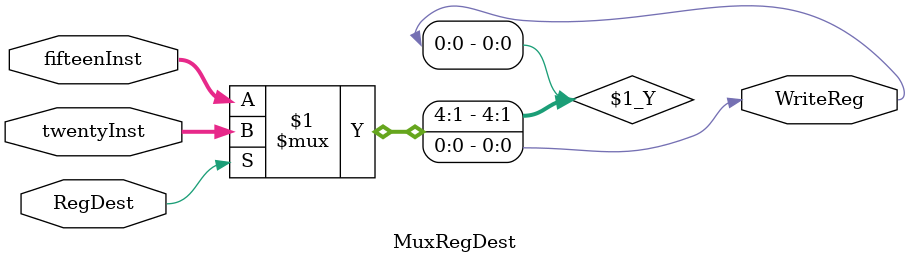
<source format=v>
module MuxRegDest(
	input [20:16] twentyInst,
	input [15:11] fifteenInst,
	input RegDest,
	output WriteReg);

	assign WriteReg = (RegDest) ? twentyInst : fifteenInst;
endmodule 

</source>
